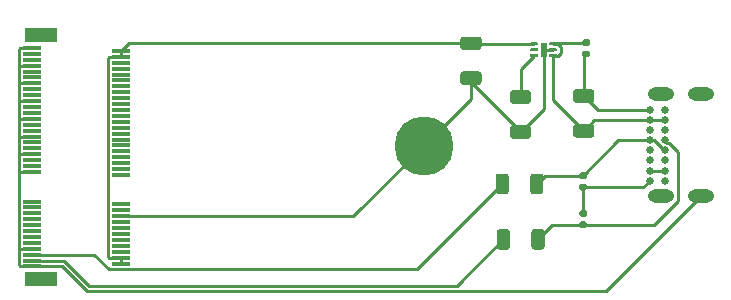
<source format=gbr>
%TF.GenerationSoftware,KiCad,Pcbnew,(5.1.10)-1*%
%TF.CreationDate,2021-11-29T10:36:54-06:00*%
%TF.ProjectId,m2-USBC-Adapter,6d322d55-5342-4432-9d41-646170746572,rev?*%
%TF.SameCoordinates,Original*%
%TF.FileFunction,Copper,L1,Top*%
%TF.FilePolarity,Positive*%
%FSLAX46Y46*%
G04 Gerber Fmt 4.6, Leading zero omitted, Abs format (unit mm)*
G04 Created by KiCad (PCBNEW (5.1.10)-1) date 2021-11-29 10:36:54*
%MOMM*%
%LPD*%
G01*
G04 APERTURE LIST*
%TA.AperFunction,SMDPad,CuDef*%
%ADD10R,0.500000X1.260000*%
%TD*%
%TA.AperFunction,SMDPad,CuDef*%
%ADD11R,2.750000X1.200000*%
%TD*%
%TA.AperFunction,SMDPad,CuDef*%
%ADD12R,1.550000X0.300000*%
%TD*%
%TA.AperFunction,ComponentPad*%
%ADD13O,2.216000X1.108000*%
%TD*%
%TA.AperFunction,ComponentPad*%
%ADD14C,0.650000*%
%TD*%
%TA.AperFunction,ComponentPad*%
%ADD15C,5.000000*%
%TD*%
%TA.AperFunction,Conductor*%
%ADD16C,0.254000*%
%TD*%
G04 APERTURE END LIST*
D10*
%TO.P,U1,7*%
%TO.N,GND*%
X124250000Y-86400000D03*
%TO.P,U1,6*%
%TO.N,Net-(C3-Pad1)*%
%TA.AperFunction,SMDPad,CuDef*%
G36*
G01*
X123800000Y-86837500D02*
X123800000Y-86962500D01*
G75*
G02*
X123737500Y-87025000I-62500J0D01*
G01*
X123162500Y-87025000D01*
G75*
G02*
X123100000Y-86962500I0J62500D01*
G01*
X123100000Y-86837500D01*
G75*
G02*
X123162500Y-86775000I62500J0D01*
G01*
X123737500Y-86775000D01*
G75*
G02*
X123800000Y-86837500I0J-62500D01*
G01*
G37*
%TD.AperFunction*%
%TO.P,U1,5*%
%TO.N,Net-(U1-Pad5)*%
%TA.AperFunction,SMDPad,CuDef*%
G36*
G01*
X123800000Y-86337500D02*
X123800000Y-86462500D01*
G75*
G02*
X123737500Y-86525000I-62500J0D01*
G01*
X123162500Y-86525000D01*
G75*
G02*
X123100000Y-86462500I0J62500D01*
G01*
X123100000Y-86337500D01*
G75*
G02*
X123162500Y-86275000I62500J0D01*
G01*
X123737500Y-86275000D01*
G75*
G02*
X123800000Y-86337500I0J-62500D01*
G01*
G37*
%TD.AperFunction*%
%TO.P,U1,4*%
%TO.N,/3V3*%
%TA.AperFunction,SMDPad,CuDef*%
G36*
G01*
X123800000Y-85837500D02*
X123800000Y-85962500D01*
G75*
G02*
X123737500Y-86025000I-62500J0D01*
G01*
X123162500Y-86025000D01*
G75*
G02*
X123100000Y-85962500I0J62500D01*
G01*
X123100000Y-85837500D01*
G75*
G02*
X123162500Y-85775000I62500J0D01*
G01*
X123737500Y-85775000D01*
G75*
G02*
X123800000Y-85837500I0J-62500D01*
G01*
G37*
%TD.AperFunction*%
%TO.P,U1,3*%
%TO.N,/5V*%
%TA.AperFunction,SMDPad,CuDef*%
G36*
G01*
X125400000Y-85837500D02*
X125400000Y-85962500D01*
G75*
G02*
X125337500Y-86025000I-62500J0D01*
G01*
X124762500Y-86025000D01*
G75*
G02*
X124700000Y-85962500I0J62500D01*
G01*
X124700000Y-85837500D01*
G75*
G02*
X124762500Y-85775000I62500J0D01*
G01*
X125337500Y-85775000D01*
G75*
G02*
X125400000Y-85837500I0J-62500D01*
G01*
G37*
%TD.AperFunction*%
%TO.P,U1,2*%
%TO.N,GND*%
%TA.AperFunction,SMDPad,CuDef*%
G36*
G01*
X125400000Y-86337500D02*
X125400000Y-86462500D01*
G75*
G02*
X125337500Y-86525000I-62500J0D01*
G01*
X124762500Y-86525000D01*
G75*
G02*
X124700000Y-86462500I0J62500D01*
G01*
X124700000Y-86337500D01*
G75*
G02*
X124762500Y-86275000I62500J0D01*
G01*
X125337500Y-86275000D01*
G75*
G02*
X125400000Y-86337500I0J-62500D01*
G01*
G37*
%TD.AperFunction*%
%TO.P,U1,1*%
%TO.N,/5V*%
%TA.AperFunction,SMDPad,CuDef*%
G36*
G01*
X125400000Y-86837500D02*
X125400000Y-86962500D01*
G75*
G02*
X125337500Y-87025000I-62500J0D01*
G01*
X124762500Y-87025000D01*
G75*
G02*
X124700000Y-86962500I0J62500D01*
G01*
X124700000Y-86837500D01*
G75*
G02*
X124762500Y-86775000I62500J0D01*
G01*
X125337500Y-86775000D01*
G75*
G02*
X125400000Y-86837500I0J-62500D01*
G01*
G37*
%TD.AperFunction*%
%TD*%
%TO.P,R2,2*%
%TO.N,/D_plus_USB*%
%TA.AperFunction,SMDPad,CuDef*%
G36*
G01*
X123112500Y-98375001D02*
X123112500Y-97124999D01*
G75*
G02*
X123362499Y-96875000I249999J0D01*
G01*
X123987501Y-96875000D01*
G75*
G02*
X124237500Y-97124999I0J-249999D01*
G01*
X124237500Y-98375001D01*
G75*
G02*
X123987501Y-98625000I-249999J0D01*
G01*
X123362499Y-98625000D01*
G75*
G02*
X123112500Y-98375001I0J249999D01*
G01*
G37*
%TD.AperFunction*%
%TO.P,R2,1*%
%TO.N,/D_plus_M2*%
%TA.AperFunction,SMDPad,CuDef*%
G36*
G01*
X120187500Y-98375001D02*
X120187500Y-97124999D01*
G75*
G02*
X120437499Y-96875000I249999J0D01*
G01*
X121062501Y-96875000D01*
G75*
G02*
X121312500Y-97124999I0J-249999D01*
G01*
X121312500Y-98375001D01*
G75*
G02*
X121062501Y-98625000I-249999J0D01*
G01*
X120437499Y-98625000D01*
G75*
G02*
X120187500Y-98375001I0J249999D01*
G01*
G37*
%TD.AperFunction*%
%TD*%
%TO.P,R1,2*%
%TO.N,/D_minus_USB*%
%TA.AperFunction,SMDPad,CuDef*%
G36*
G01*
X123212500Y-103075001D02*
X123212500Y-101824999D01*
G75*
G02*
X123462499Y-101575000I249999J0D01*
G01*
X124087501Y-101575000D01*
G75*
G02*
X124337500Y-101824999I0J-249999D01*
G01*
X124337500Y-103075001D01*
G75*
G02*
X124087501Y-103325000I-249999J0D01*
G01*
X123462499Y-103325000D01*
G75*
G02*
X123212500Y-103075001I0J249999D01*
G01*
G37*
%TD.AperFunction*%
%TO.P,R1,1*%
%TO.N,/D_minus_M2*%
%TA.AperFunction,SMDPad,CuDef*%
G36*
G01*
X120287500Y-103075001D02*
X120287500Y-101824999D01*
G75*
G02*
X120537499Y-101575000I249999J0D01*
G01*
X121162501Y-101575000D01*
G75*
G02*
X121412500Y-101824999I0J-249999D01*
G01*
X121412500Y-103075001D01*
G75*
G02*
X121162501Y-103325000I-249999J0D01*
G01*
X120537499Y-103325000D01*
G75*
G02*
X120287500Y-103075001I0J249999D01*
G01*
G37*
%TD.AperFunction*%
%TD*%
D11*
%TO.P,J2,MP2*%
%TO.N,N/C*%
X81710000Y-85140000D03*
%TO.P,J2,MP1*%
X81710000Y-105840000D03*
D12*
%TO.P,J2,75*%
%TO.N,GND*%
X80935000Y-86240000D03*
%TO.P,J2,74*%
%TO.N,/3V3*%
X88485000Y-86490000D03*
%TO.P,J2,73*%
%TO.N,Net-(J2-Pad73)*%
X80935000Y-86740000D03*
%TO.P,J2,72*%
%TO.N,/3V3*%
X88485000Y-86990000D03*
%TO.P,J2,71*%
%TO.N,Net-(J2-Pad71)*%
X80935000Y-87240000D03*
%TO.P,J2,70*%
%TO.N,Net-(J2-Pad70)*%
X88485000Y-87490000D03*
%TO.P,J2,69*%
%TO.N,GND*%
X80935000Y-87740000D03*
%TO.P,J2,68*%
%TO.N,Net-(J2-Pad68)*%
X88485000Y-87990000D03*
%TO.P,J2,67*%
%TO.N,Net-(J2-Pad67)*%
X80935000Y-88240000D03*
%TO.P,J2,66*%
%TO.N,Net-(J2-Pad66)*%
X88485000Y-88490000D03*
%TO.P,J2,65*%
%TO.N,Net-(J2-Pad65)*%
X80935000Y-88740000D03*
%TO.P,J2,64*%
%TO.N,Net-(J2-Pad64)*%
X88485000Y-88990000D03*
%TO.P,J2,63*%
%TO.N,GND*%
X80935000Y-89240000D03*
%TO.P,J2,62*%
%TO.N,Net-(J2-Pad62)*%
X88485000Y-89490000D03*
%TO.P,J2,61*%
%TO.N,Net-(J2-Pad61)*%
X80935000Y-89740000D03*
%TO.P,J2,60*%
%TO.N,Net-(J2-Pad60)*%
X88485000Y-89990000D03*
%TO.P,J2,59*%
%TO.N,Net-(J2-Pad59)*%
X80935000Y-90240000D03*
%TO.P,J2,58*%
%TO.N,Net-(J2-Pad58)*%
X88485000Y-90490000D03*
%TO.P,J2,57*%
%TO.N,GND*%
X80935000Y-90740000D03*
%TO.P,J2,56*%
%TO.N,Net-(J2-Pad56)*%
X88485000Y-90990000D03*
%TO.P,J2,55*%
%TO.N,Net-(J2-Pad55)*%
X80935000Y-91240000D03*
%TO.P,J2,54*%
%TO.N,Net-(J2-Pad54)*%
X88485000Y-91490000D03*
%TO.P,J2,53*%
%TO.N,Net-(J2-Pad53)*%
X80935000Y-91740000D03*
%TO.P,J2,52*%
%TO.N,Net-(J2-Pad52)*%
X88485000Y-91990000D03*
%TO.P,J2,51*%
%TO.N,GND*%
X80935000Y-92240000D03*
%TO.P,J2,50*%
%TO.N,Net-(J2-Pad50)*%
X88485000Y-92490000D03*
%TO.P,J2,49*%
%TO.N,Net-(J2-Pad49)*%
X80935000Y-92740000D03*
%TO.P,J2,48*%
%TO.N,Net-(J2-Pad48)*%
X88485000Y-92990000D03*
%TO.P,J2,47*%
%TO.N,Net-(J2-Pad47)*%
X80935000Y-93240000D03*
%TO.P,J2,46*%
%TO.N,Net-(J2-Pad46)*%
X88485000Y-93490000D03*
%TO.P,J2,45*%
%TO.N,GND*%
X80935000Y-93740000D03*
%TO.P,J2,44*%
%TO.N,Net-(J2-Pad44)*%
X88485000Y-93990000D03*
%TO.P,J2,43*%
%TO.N,Net-(J2-Pad43)*%
X80935000Y-94240000D03*
%TO.P,J2,42*%
%TO.N,Net-(J2-Pad42)*%
X88485000Y-94490000D03*
%TO.P,J2,41*%
%TO.N,Net-(J2-Pad41)*%
X80935000Y-94740000D03*
%TO.P,J2,40*%
%TO.N,Net-(J2-Pad40)*%
X88485000Y-94990000D03*
%TO.P,J2,39*%
%TO.N,GND*%
X80935000Y-95240000D03*
%TO.P,J2,38*%
%TO.N,Net-(J2-Pad38)*%
X88485000Y-95490000D03*
%TO.P,J2,37*%
%TO.N,Net-(J2-Pad37)*%
X80935000Y-95740000D03*
%TO.P,J2,36*%
%TO.N,Net-(J2-Pad36)*%
X88485000Y-95990000D03*
%TO.P,J2,35*%
%TO.N,Net-(J2-Pad35)*%
X80935000Y-96240000D03*
%TO.P,J2,34*%
%TO.N,Net-(J2-Pad34)*%
X88485000Y-96490000D03*
%TO.P,J2,33*%
%TO.N,GND*%
X80935000Y-96740000D03*
%TO.P,J2,32*%
%TO.N,Net-(J2-Pad32)*%
X88485000Y-96990000D03*
%TO.P,J2,23*%
%TO.N,Net-(J2-Pad23)*%
X80935000Y-99240000D03*
%TO.P,J2,22*%
%TO.N,Net-(J2-Pad22)*%
X88485000Y-99490000D03*
%TO.P,J2,21*%
%TO.N,Net-(J2-Pad21)*%
X80935000Y-99740000D03*
%TO.P,J2,20*%
%TO.N,Net-(J2-Pad20)*%
X88485000Y-99990000D03*
%TO.P,J2,19*%
%TO.N,Net-(J2-Pad19)*%
X80935000Y-100240000D03*
%TO.P,J2,18*%
%TO.N,GND*%
X88485000Y-100490000D03*
%TO.P,J2,17*%
%TO.N,Net-(J2-Pad17)*%
X80935000Y-100740000D03*
%TO.P,J2,16*%
%TO.N,Net-(J2-Pad16)*%
X88485000Y-100990000D03*
%TO.P,J2,15*%
%TO.N,Net-(J2-Pad15)*%
X80935000Y-101240000D03*
%TO.P,J2,14*%
%TO.N,Net-(J2-Pad14)*%
X88485000Y-101490000D03*
%TO.P,J2,13*%
%TO.N,Net-(J2-Pad13)*%
X80935000Y-101740000D03*
%TO.P,J2,12*%
%TO.N,Net-(J2-Pad12)*%
X88485000Y-101990000D03*
%TO.P,J2,11*%
%TO.N,Net-(J2-Pad11)*%
X80935000Y-102240000D03*
%TO.P,J2,10*%
%TO.N,Net-(J2-Pad10)*%
X88485000Y-102490000D03*
%TO.P,J2,9*%
%TO.N,Net-(J2-Pad9)*%
X80935000Y-102740000D03*
%TO.P,J2,8*%
%TO.N,Net-(J2-Pad8)*%
X88485000Y-102990000D03*
%TO.P,J2,7*%
%TO.N,GND*%
X80935000Y-103240000D03*
%TO.P,J2,6*%
%TO.N,Net-(J2-Pad6)*%
X88485000Y-103490000D03*
%TO.P,J2,5*%
%TO.N,/D_plus_M2*%
X80935000Y-103740000D03*
%TO.P,J2,4*%
%TO.N,/3V3*%
X88485000Y-103990000D03*
%TO.P,J2,3*%
%TO.N,/D_minus_M2*%
X80935000Y-104240000D03*
%TO.P,J2,2*%
%TO.N,/3V3*%
X88485000Y-104490000D03*
%TO.P,J2,1*%
%TO.N,GND*%
X80935000Y-104740000D03*
%TD*%
D13*
%TO.P,J1,P4*%
%TO.N,GND*%
X137585000Y-98815000D03*
%TO.P,J1,P3*%
X137585000Y-90165000D03*
%TO.P,J1,P2*%
X134205000Y-90165000D03*
%TO.P,J1,P1*%
X134205000Y-98815000D03*
D14*
%TO.P,J1,B12*%
X134575000Y-97465000D03*
%TO.P,J1,B9*%
%TO.N,/5V*%
X134575000Y-96615000D03*
%TO.P,J1,B8*%
%TO.N,Net-(J1-PadB8)*%
X134575000Y-95765000D03*
%TO.P,J1,B7*%
%TO.N,/D_plus_USB*%
X134575000Y-94915000D03*
%TO.P,J1,B6*%
%TO.N,/D_minus_USB*%
X134575000Y-94065000D03*
%TO.P,J1,B5*%
%TO.N,Net-(J1-PadB5)*%
X134575000Y-93215000D03*
%TO.P,J1,B4*%
%TO.N,/5V*%
X134575000Y-92365000D03*
%TO.P,J1,B1*%
%TO.N,GND*%
X134575000Y-91515000D03*
%TO.P,J1,A12*%
X133225000Y-91515000D03*
%TO.P,J1,A9*%
%TO.N,/5V*%
X133225000Y-92365000D03*
%TO.P,J1,A8*%
%TO.N,Net-(J1-PadA8)*%
X133225000Y-93215000D03*
%TO.P,J1,A7*%
%TO.N,/D_plus_USB*%
X133225000Y-94065000D03*
%TO.P,J1,A6*%
%TO.N,/D_minus_USB*%
X133225000Y-94915000D03*
%TO.P,J1,A5*%
%TO.N,Net-(J1-PadA5)*%
X133225000Y-95765000D03*
%TO.P,J1,A4*%
%TO.N,/5V*%
X133225000Y-96615000D03*
%TO.P,J1,A1*%
%TO.N,GND*%
X133225000Y-97465000D03*
%TD*%
D15*
%TO.P,H1,1*%
%TO.N,GND*%
X114150000Y-94500000D03*
%TD*%
%TO.P,D3,2*%
%TO.N,GND*%
%TA.AperFunction,SMDPad,CuDef*%
G36*
G01*
X127427500Y-97725000D02*
X127772500Y-97725000D01*
G75*
G02*
X127920000Y-97872500I0J-147500D01*
G01*
X127920000Y-98167500D01*
G75*
G02*
X127772500Y-98315000I-147500J0D01*
G01*
X127427500Y-98315000D01*
G75*
G02*
X127280000Y-98167500I0J147500D01*
G01*
X127280000Y-97872500D01*
G75*
G02*
X127427500Y-97725000I147500J0D01*
G01*
G37*
%TD.AperFunction*%
%TO.P,D3,1*%
%TO.N,/D_plus_USB*%
%TA.AperFunction,SMDPad,CuDef*%
G36*
G01*
X127427500Y-96755000D02*
X127772500Y-96755000D01*
G75*
G02*
X127920000Y-96902500I0J-147500D01*
G01*
X127920000Y-97197500D01*
G75*
G02*
X127772500Y-97345000I-147500J0D01*
G01*
X127427500Y-97345000D01*
G75*
G02*
X127280000Y-97197500I0J147500D01*
G01*
X127280000Y-96902500D01*
G75*
G02*
X127427500Y-96755000I147500J0D01*
G01*
G37*
%TD.AperFunction*%
%TD*%
%TO.P,D2,2*%
%TO.N,GND*%
%TA.AperFunction,SMDPad,CuDef*%
G36*
G01*
X127772500Y-100545000D02*
X127427500Y-100545000D01*
G75*
G02*
X127280000Y-100397500I0J147500D01*
G01*
X127280000Y-100102500D01*
G75*
G02*
X127427500Y-99955000I147500J0D01*
G01*
X127772500Y-99955000D01*
G75*
G02*
X127920000Y-100102500I0J-147500D01*
G01*
X127920000Y-100397500D01*
G75*
G02*
X127772500Y-100545000I-147500J0D01*
G01*
G37*
%TD.AperFunction*%
%TO.P,D2,1*%
%TO.N,/D_minus_USB*%
%TA.AperFunction,SMDPad,CuDef*%
G36*
G01*
X127772500Y-101515000D02*
X127427500Y-101515000D01*
G75*
G02*
X127280000Y-101367500I0J147500D01*
G01*
X127280000Y-101072500D01*
G75*
G02*
X127427500Y-100925000I147500J0D01*
G01*
X127772500Y-100925000D01*
G75*
G02*
X127920000Y-101072500I0J-147500D01*
G01*
X127920000Y-101367500D01*
G75*
G02*
X127772500Y-101515000I-147500J0D01*
G01*
G37*
%TD.AperFunction*%
%TD*%
%TO.P,D1,2*%
%TO.N,GND*%
%TA.AperFunction,SMDPad,CuDef*%
G36*
G01*
X127677500Y-86455000D02*
X128022500Y-86455000D01*
G75*
G02*
X128170000Y-86602500I0J-147500D01*
G01*
X128170000Y-86897500D01*
G75*
G02*
X128022500Y-87045000I-147500J0D01*
G01*
X127677500Y-87045000D01*
G75*
G02*
X127530000Y-86897500I0J147500D01*
G01*
X127530000Y-86602500D01*
G75*
G02*
X127677500Y-86455000I147500J0D01*
G01*
G37*
%TD.AperFunction*%
%TO.P,D1,1*%
%TO.N,/5V*%
%TA.AperFunction,SMDPad,CuDef*%
G36*
G01*
X127677500Y-85485000D02*
X128022500Y-85485000D01*
G75*
G02*
X128170000Y-85632500I0J-147500D01*
G01*
X128170000Y-85927500D01*
G75*
G02*
X128022500Y-86075000I-147500J0D01*
G01*
X127677500Y-86075000D01*
G75*
G02*
X127530000Y-85927500I0J147500D01*
G01*
X127530000Y-85632500D01*
G75*
G02*
X127677500Y-85485000I147500J0D01*
G01*
G37*
%TD.AperFunction*%
%TD*%
%TO.P,C3,2*%
%TO.N,GND*%
%TA.AperFunction,SMDPad,CuDef*%
G36*
G01*
X121649999Y-92775000D02*
X122950001Y-92775000D01*
G75*
G02*
X123200000Y-93024999I0J-249999D01*
G01*
X123200000Y-93675001D01*
G75*
G02*
X122950001Y-93925000I-249999J0D01*
G01*
X121649999Y-93925000D01*
G75*
G02*
X121400000Y-93675001I0J249999D01*
G01*
X121400000Y-93024999D01*
G75*
G02*
X121649999Y-92775000I249999J0D01*
G01*
G37*
%TD.AperFunction*%
%TO.P,C3,1*%
%TO.N,Net-(C3-Pad1)*%
%TA.AperFunction,SMDPad,CuDef*%
G36*
G01*
X121649999Y-89825000D02*
X122950001Y-89825000D01*
G75*
G02*
X123200000Y-90074999I0J-249999D01*
G01*
X123200000Y-90725001D01*
G75*
G02*
X122950001Y-90975000I-249999J0D01*
G01*
X121649999Y-90975000D01*
G75*
G02*
X121400000Y-90725001I0J249999D01*
G01*
X121400000Y-90074999D01*
G75*
G02*
X121649999Y-89825000I249999J0D01*
G01*
G37*
%TD.AperFunction*%
%TD*%
%TO.P,C2,2*%
%TO.N,GND*%
%TA.AperFunction,SMDPad,CuDef*%
G36*
G01*
X117449999Y-88225000D02*
X118750001Y-88225000D01*
G75*
G02*
X119000000Y-88474999I0J-249999D01*
G01*
X119000000Y-89125001D01*
G75*
G02*
X118750001Y-89375000I-249999J0D01*
G01*
X117449999Y-89375000D01*
G75*
G02*
X117200000Y-89125001I0J249999D01*
G01*
X117200000Y-88474999D01*
G75*
G02*
X117449999Y-88225000I249999J0D01*
G01*
G37*
%TD.AperFunction*%
%TO.P,C2,1*%
%TO.N,/3V3*%
%TA.AperFunction,SMDPad,CuDef*%
G36*
G01*
X117449999Y-85275000D02*
X118750001Y-85275000D01*
G75*
G02*
X119000000Y-85524999I0J-249999D01*
G01*
X119000000Y-86175001D01*
G75*
G02*
X118750001Y-86425000I-249999J0D01*
G01*
X117449999Y-86425000D01*
G75*
G02*
X117200000Y-86175001I0J249999D01*
G01*
X117200000Y-85524999D01*
G75*
G02*
X117449999Y-85275000I249999J0D01*
G01*
G37*
%TD.AperFunction*%
%TD*%
%TO.P,C1,2*%
%TO.N,GND*%
%TA.AperFunction,SMDPad,CuDef*%
G36*
G01*
X128300001Y-90875000D02*
X126999999Y-90875000D01*
G75*
G02*
X126750000Y-90625001I0J249999D01*
G01*
X126750000Y-89974999D01*
G75*
G02*
X126999999Y-89725000I249999J0D01*
G01*
X128300001Y-89725000D01*
G75*
G02*
X128550000Y-89974999I0J-249999D01*
G01*
X128550000Y-90625001D01*
G75*
G02*
X128300001Y-90875000I-249999J0D01*
G01*
G37*
%TD.AperFunction*%
%TO.P,C1,1*%
%TO.N,/5V*%
%TA.AperFunction,SMDPad,CuDef*%
G36*
G01*
X128300001Y-93825000D02*
X126999999Y-93825000D01*
G75*
G02*
X126750000Y-93575001I0J249999D01*
G01*
X126750000Y-92924999D01*
G75*
G02*
X126999999Y-92675000I249999J0D01*
G01*
X128300001Y-92675000D01*
G75*
G02*
X128550000Y-92924999I0J-249999D01*
G01*
X128550000Y-93575001D01*
G75*
G02*
X128300001Y-93825000I-249999J0D01*
G01*
G37*
%TD.AperFunction*%
%TD*%
D16*
%TO.N,GND*%
X128865000Y-91515000D02*
X127650000Y-90300000D01*
X133225000Y-91515000D02*
X128865000Y-91515000D01*
X127650000Y-86950000D02*
X127850000Y-86750000D01*
X127650000Y-90300000D02*
X127650000Y-86950000D01*
X127600000Y-100250000D02*
X127600000Y-98020000D01*
X118100000Y-89150000D02*
X118100000Y-88800000D01*
X122300000Y-93350000D02*
X118100000Y-89150000D01*
X118100000Y-90550000D02*
X114150000Y-94500000D01*
X118100000Y-88800000D02*
X118100000Y-90550000D01*
X132670000Y-98020000D02*
X133225000Y-97465000D01*
X127600000Y-98020000D02*
X132670000Y-98020000D01*
X129553989Y-106846011D02*
X137585000Y-98815000D01*
X85588982Y-106846011D02*
X129553989Y-106846011D01*
X83482972Y-104740000D02*
X85588982Y-106846011D01*
X80935000Y-104740000D02*
X83482972Y-104740000D01*
X125050000Y-86400000D02*
X124250000Y-86400000D01*
X124250000Y-91400000D02*
X122300000Y-93350000D01*
X124250000Y-86400000D02*
X124250000Y-91400000D01*
X108160000Y-100490000D02*
X114150000Y-94500000D01*
X88485000Y-100490000D02*
X108160000Y-100490000D01*
X79921398Y-86240000D02*
X80935000Y-86240000D01*
X79832999Y-86328399D02*
X79921398Y-86240000D01*
X79921398Y-104740000D02*
X79832999Y-104651601D01*
X80935000Y-104740000D02*
X79921398Y-104740000D01*
X79855998Y-103240000D02*
X79832999Y-103217001D01*
X80935000Y-103240000D02*
X79855998Y-103240000D01*
X79832999Y-104651601D02*
X79832999Y-103217001D01*
X79955998Y-96740000D02*
X79832999Y-96617001D01*
X80935000Y-96740000D02*
X79955998Y-96740000D01*
X79832999Y-103217001D02*
X79832999Y-96617001D01*
X79855998Y-95240000D02*
X79832999Y-95217001D01*
X80935000Y-95240000D02*
X79855998Y-95240000D01*
X79832999Y-96617001D02*
X79832999Y-95217001D01*
X80935000Y-93740000D02*
X79875998Y-93740000D01*
X79875998Y-93740000D02*
X79832999Y-93782999D01*
X79832999Y-95217001D02*
X79832999Y-93782999D01*
X79875998Y-92240000D02*
X79832999Y-92282999D01*
X80935000Y-92240000D02*
X79875998Y-92240000D01*
X79832999Y-93782999D02*
X79832999Y-92282999D01*
X79910000Y-90740000D02*
X79832999Y-90817001D01*
X80935000Y-90740000D02*
X79910000Y-90740000D01*
X79832999Y-92282999D02*
X79832999Y-90817001D01*
X79855998Y-89240000D02*
X79832999Y-89217001D01*
X80935000Y-89240000D02*
X79855998Y-89240000D01*
X79832999Y-90817001D02*
X79832999Y-89217001D01*
X79875998Y-87740000D02*
X79832999Y-87782999D01*
X80935000Y-87740000D02*
X79875998Y-87740000D01*
X79832999Y-87782999D02*
X79832999Y-86328399D01*
X79832999Y-89217001D02*
X79832999Y-87782999D01*
%TO.N,/5V*%
X128535000Y-92365000D02*
X133225000Y-92365000D01*
X127650000Y-93250000D02*
X128535000Y-92365000D01*
X134575000Y-92365000D02*
X133225000Y-92365000D01*
X133225000Y-96615000D02*
X134575000Y-96615000D01*
X125050000Y-90650000D02*
X125050000Y-86900000D01*
X127650000Y-93250000D02*
X125050000Y-90650000D01*
X125450852Y-85900000D02*
X125050000Y-85900000D01*
X125727010Y-86176158D02*
X125450852Y-85900000D01*
X125727010Y-86623842D02*
X125727010Y-86176158D01*
X125450852Y-86900000D02*
X125727010Y-86623842D01*
X125050000Y-86900000D02*
X125450852Y-86900000D01*
X125170000Y-85780000D02*
X125050000Y-85900000D01*
X127850000Y-85780000D02*
X125170000Y-85780000D01*
%TO.N,/3V3*%
X118150000Y-85900000D02*
X118100000Y-85850000D01*
X123450000Y-85900000D02*
X118150000Y-85900000D01*
X89125000Y-85850000D02*
X88485000Y-86490000D01*
X118100000Y-85850000D02*
X89125000Y-85850000D01*
X88485000Y-86990000D02*
X88485000Y-86490000D01*
X88485000Y-104490000D02*
X88485000Y-103990000D01*
X87471398Y-86990000D02*
X88485000Y-86990000D01*
X87382999Y-87078399D02*
X87471398Y-86990000D01*
X87382999Y-103901601D02*
X87382999Y-87078399D01*
X87471398Y-103990000D02*
X87382999Y-103901601D01*
X88485000Y-103990000D02*
X87471398Y-103990000D01*
%TO.N,Net-(C3-Pad1)*%
X122300000Y-88050000D02*
X123450000Y-86900000D01*
X122300000Y-90400000D02*
X122300000Y-88050000D01*
%TO.N,/D_minus_USB*%
X135640010Y-95015048D02*
X135640010Y-99179926D01*
X134887961Y-94262999D02*
X135640010Y-95015048D01*
X134575000Y-94125000D02*
X134712999Y-94262999D01*
X134712999Y-94262999D02*
X134887961Y-94262999D01*
X134575000Y-94065000D02*
X134575000Y-94125000D01*
X125005000Y-101220000D02*
X123775000Y-102450000D01*
X127600000Y-101220000D02*
X125005000Y-101220000D01*
X133599936Y-101220000D02*
X135234968Y-99584968D01*
X127600000Y-101220000D02*
X133599936Y-101220000D01*
X135234968Y-99584968D02*
X134769936Y-100050000D01*
X135640010Y-99179926D02*
X135234968Y-99584968D01*
%TO.N,/D_plus_USB*%
X124375000Y-97050000D02*
X123675000Y-97750000D01*
X127600000Y-97050000D02*
X124375000Y-97050000D01*
X134460038Y-94915000D02*
X134575000Y-94915000D01*
X133610038Y-94065000D02*
X134460038Y-94915000D01*
X133225000Y-94065000D02*
X133610038Y-94065000D01*
X130585000Y-94065000D02*
X127600000Y-97050000D01*
X133225000Y-94065000D02*
X130585000Y-94065000D01*
%TO.N,/D_plus_M2*%
X113532999Y-104967001D02*
X120750000Y-97750000D01*
X87448399Y-104967001D02*
X113532999Y-104967001D01*
X86221398Y-103740000D02*
X87448399Y-104967001D01*
X80935000Y-103740000D02*
X86221398Y-103740000D01*
%TO.N,/D_minus_M2*%
X116907999Y-106392001D02*
X120850000Y-102450000D01*
X85777039Y-106392001D02*
X116907999Y-106392001D01*
X83625038Y-104240000D02*
X85777039Y-106392001D01*
X80935000Y-104240000D02*
X83625038Y-104240000D01*
%TD*%
M02*

</source>
